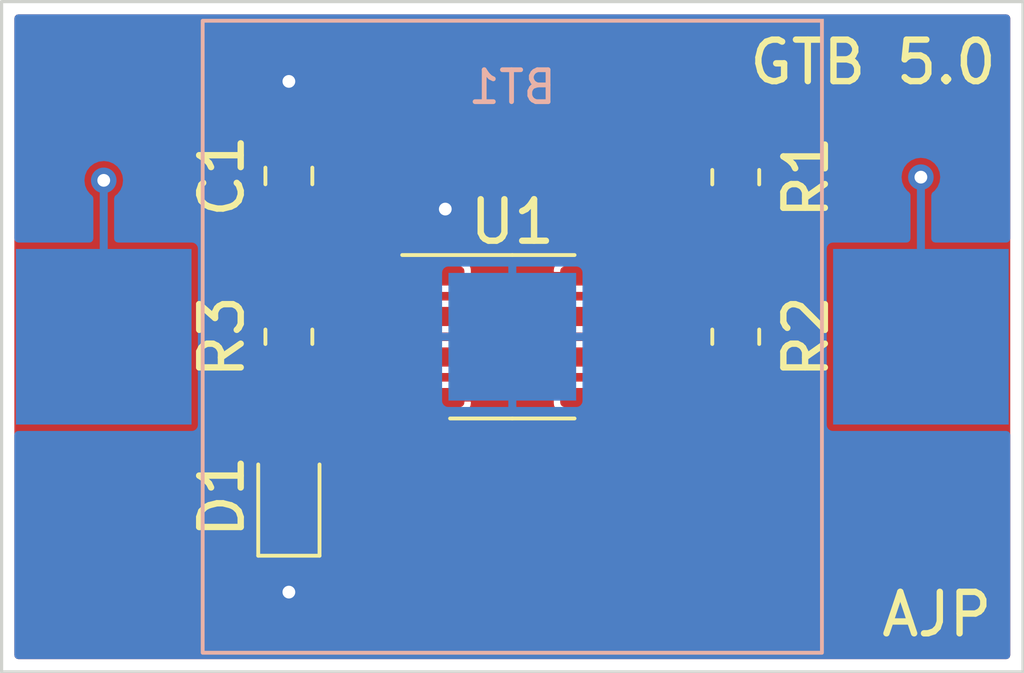
<source format=kicad_pcb>
(kicad_pcb (version 20211014) (generator pcbnew)
  (layers (0 "F.Cu" signal) (31 "B.Cu" signal) (34 "B.Paste" user) (35 "F.Paste" user) (36 "B.SilkS" user "B.Silkscreen") (37 "F.SilkS" user "F.Silkscreen") (38 "B.Mask" user) (39 "F.Mask" user) (44 "Edge.Cuts" user))
  (net 0 "")
  (net 1 "/VDD")
  (net 2 "GND")
  (net 3 "/THR")
  (net 4 "Net-(D1-Pad2)")
  (net 5 "/DIS")
  (net 6 "/OUT")
  (footprint "Resistor_SMD:R_0805_2012Metric_Pad1.20x1.40mm_HandSolder" (layer "F.Cu") (at 151 101 -90)
    (fp_text reference "R2" (at 0 -2.2 90 unlocked) (layer "F.SilkS") (effects (font (size 1.3 1.3) (thickness 0.2))))
    (fp_text value "470K" hide)
    (fp_line (start -0.227064 -0.735) (end 0.227064 -0.735) (layer "F.SilkS") (width 0.12))
    (fp_line (start -0.227064 0.735) (end 0.227064 0.735) (layer "F.SilkS") (width 0.12))
    (pad "1" smd roundrect (at -1 0 270) (size 1.2 1.4) (layers "F.Cu" "F.Paste" "F.Mask") (roundrect_rratio 0.2083333333) (net 5 "/DIS"))
    (pad "2" smd roundrect (at 1 0 270) (size 1.2 1.4) (layers "F.Cu" "F.Paste" "F.Mask") (roundrect_rratio 0.2083333333) (net 3 "/THR"))
  )
  (footprint "Resistor_SMD:R_0805_2012Metric_Pad1.20x1.40mm_HandSolder" (layer "F.Cu") (at 151 96 -90)
    (fp_text reference "R1" (at 0 -2.2 90 unlocked) (layer "F.SilkS") (effects (font (size 1.3 1.3) (thickness 0.2))))
    (fp_text value "1K" hide)
    (fp_line (start -0.227064 -0.735) (end 0.227064 -0.735) (layer "F.SilkS") (width 0.12))
    (fp_line (start -0.227064 0.735) (end 0.227064 0.735) (layer "F.SilkS") (width 0.12))
    (pad "1" smd roundrect (at -1 0 270) (size 1.2 1.4) (layers "F.Cu" "F.Paste" "F.Mask") (roundrect_rratio 0.2083333333) (net 1 "/VDD"))
    (pad "2" smd roundrect (at 1 0 270) (size 1.2 1.4) (layers "F.Cu" "F.Paste" "F.Mask") (roundrect_rratio 0.2083333333) (net 5 "/DIS"))
  )
  (footprint "Capacitor_SMD:C_0805_2012Metric_Pad1.18x1.45mm_HandSolder" (layer "F.Cu") (at 137 95.9625 90)
    (fp_text reference "C1" (at 0 -2.1 90 unlocked) (layer "F.SilkS") (effects (font (size 1.3 1.3) (thickness 0.2))))
    (fp_text value "1U" hide)
    (fp_line (start -0.261252 0.735) (end 0.261252 0.735) (layer "F.SilkS") (width 0.12))
    (fp_line (start -0.261252 -0.735) (end 0.261252 -0.735) (layer "F.SilkS") (width 0.12))
    (pad "1" smd roundrect (at -1.0375 0 90) (size 1.175 1.45) (layers "F.Cu" "F.Paste" "F.Mask") (roundrect_rratio 0.2127659574) (net 3 "/THR"))
    (pad "2" smd roundrect (at 1.0375 0 90) (size 1.175 1.45) (layers "F.Cu" "F.Paste" "F.Mask") (roundrect_rratio 0.2127659574) (net 2 "GND"))
  )
  (footprint "Package_SO:SOIC-8_3.9x4.9mm_P1.27mm" (layer "F.Cu") (at 144 101)
    (fp_text reference "U1" (at 0 -3.6 unlocked) (layer "F.SilkS") (effects (font (size 1.3 1.3) (thickness 0.2))))
    (fp_text value "7555")
    (fp_line (start 0 2.56) (end 1.95 2.56) (layer "F.SilkS") (width 0.12))
    (fp_line (start 0 2.56) (end -1.95 2.56) (layer "F.SilkS") (width 0.12))
    (fp_line (start 0 -2.56) (end -3.45 -2.56) (layer "F.SilkS") (width 0.12))
    (fp_line (start 0 -2.56) (end 1.95 -2.56) (layer "F.SilkS") (width 0.12))
    (pad "1" smd roundrect (at -2.475 -1.905) (size 1.95 0.6) (layers "F.Cu" "F.Paste" "F.Mask") (net 2 "GND"))
    (pad "2" smd roundrect (at -2.475 -0.635) (size 1.95 0.6) (layers "F.Cu" "F.Paste" "F.Mask") (net 3 "/THR"))
    (pad "3" smd roundrect (at -2.475 0.635) (size 1.95 0.6) (layers "F.Cu" "F.Paste" "F.Mask") (net 6 "/OUT"))
    (pad "4" smd roundrect (at -2.475 1.905) (size 1.95 0.6) (layers "F.Cu" "F.Paste" "F.Mask") (net 1 "/VDD"))
    (pad "5" smd roundrect (at 2.475 1.905) (size 1.95 0.6) (layers "F.Cu" "F.Paste" "F.Mask"))
    (pad "6" smd roundrect (at 2.475 0.635) (size 1.95 0.6) (layers "F.Cu" "F.Paste" "F.Mask") (net 3 "/THR"))
    (pad "7" smd roundrect (at 2.475 -0.635) (size 1.95 0.6) (layers "F.Cu" "F.Paste" "F.Mask") (net 5 "/DIS"))
    (pad "8" smd roundrect (at 2.475 -1.905) (size 1.95 0.6) (layers "F.Cu" "F.Paste" "F.Mask") (net 1 "/VDD"))
  )
  (footprint "Resistor_SMD:R_0805_2012Metric_Pad1.20x1.40mm_HandSolder" (layer "F.Cu") (at 137 101 -90)
    (fp_text reference "R3" (at 0 2.1 90 unlocked) (layer "F.SilkS") (effects (font (size 1.3 1.3) (thickness 0.2))))
    (fp_text value "1K" hide)
    (fp_line (start -0.227064 -0.735) (end 0.227064 -0.735) (layer "F.SilkS") (width 0.12))
    (fp_line (start -0.227064 0.735) (end 0.227064 0.735) (layer "F.SilkS") (width 0.12))
    (pad "1" smd roundrect (at -1 0 270) (size 1.2 1.4) (layers "F.Cu" "F.Paste" "F.Mask") (roundrect_rratio 0.2083333333) (net 6 "/OUT"))
    (pad "2" smd roundrect (at 1 0 270) (size 1.2 1.4) (layers "F.Cu" "F.Paste" "F.Mask") (roundrect_rratio 0.2083333333) (net 4 "Net-(D1-Pad2)"))
  )
  (footprint "LED_SMD:LED_0805_2012Metric_Pad1.15x1.40mm_HandSolder" (layer "F.Cu") (at 137 106 90)
    (fp_text reference "D1" (at 0 -2.1 90 unlocked) (layer "F.SilkS") (effects (font (size 1.3 1.3) (thickness 0.2))))
    (fp_text value "LED" hide)
    (fp_line (start -1.86 -0.96) (end -1.86 0.96) (layer "F.SilkS") (width 0.12))
    (fp_line (start -1.86 0.96) (end 1 0.96) (layer "F.SilkS") (width 0.12))
    (fp_line (start 1 -0.96) (end -1.86 -0.96) (layer "F.SilkS") (width 0.12))
    (pad "1" smd roundrect (at -1.025 0 90) (size 1.15 1.4) (layers "F.Cu" "F.Paste" "F.Mask") (roundrect_rratio 0.2173913043) (net 2 "GND"))
    (pad "2" smd roundrect (at 1.025 0 90) (size 1.15 1.4) (layers "F.Cu" "F.Paste" "F.Mask") (roundrect_rratio 0.2173913043) (net 4 "Net-(D1-Pad2)"))
  )
  (footprint "GettingToBlink5:S8211-46R" (layer "B.Cu") (at 144 101 180)
    (fp_text reference "BT1" (at 0 7.82 unlocked) (layer "B.SilkS") (effects (justify mirror)))
    (fp_text value "CR2032")
    (fp_rect (start -9.7 9.9) (end 9.7 -9.9) (layer "B.SilkS") (width 0.12) (fill none))
    (pad "1" smd rect (at -12.8 0 180) (size 5.5 5.5) (layers "B.Cu" "B.Paste" "B.Mask") (net 1 "/VDD"))
    (pad "1" smd rect (at 12.8 0 180) (size 5.5 5.5) (layers "B.Cu" "B.Paste" "B.Mask") (net 1 "/VDD"))
    (pad "2" smd rect (at 0 0 180) (size 4 4) (layers "B.Cu" "B.Paste" "B.Mask") (net 2 "GND"))
  )
  (gr_rect (start 160 111.5) (end 128 90.5) (layer "Edge.Cuts") (width 0.1) (fill none))
  (gr_text "GTB 5.0" (at 155.3 92.4) (layer "F.SilkS") (effects (font (size 1.3 1.3) (thickness 0.2))))
  (gr_text "AJP" (at 157.3 109.7) (layer "F.SilkS") (effects (font (size 1.3 1.3) (thickness 0.2))))
  (via (at 131.2 96.1) (size 0.8) (drill 0.4) (layers "F.Cu" "B.Cu") (net 1))
  (via (at 156.8 96) (size 0.8) (drill 0.4) (layers "F.Cu" "B.Cu") (net 1))
  (segment (start 156.8 101) (end 156.8 96) (width 0.25) (layer "B.Cu") (net 1))
  (segment (start 131.2 101) (end 131.2 96.1) (width 0.25) (layer "B.Cu") (net 1))
  (segment (start 137 107.025) (end 137 109) (width 0.25) (layer "F.Cu") (net 2))
  (segment (start 137 94.9625) (end 137 93) (width 0.25) (layer "F.Cu") (net 2))
  (segment (start 141.525 99.095) (end 141.525 97.375) (width 0.25) (layer "F.Cu") (net 2))
  (segment (start 141.525 97.375) (end 141.9 97) (width 0.25) (layer "F.Cu") (net 2))
  (via (at 141.9 97) (size 0.8) (drill 0.4) (layers "F.Cu" "B.Cu") (net 2))
  (via (at 137 93) (size 0.8) (drill 0.4) (layers "F.Cu" "B.Cu") (net 2))
  (via (at 137 109) (size 0.8) (drill 0.4) (layers "F.Cu" "B.Cu") (net 2))
  (segment (start 150.635 101.635) (end 151 102) (width 0.25) (layer "F.Cu") (net 3))
  (segment (start 141.525 100.365) (end 143.365 100.365) (width 0.25) (layer "F.Cu") (net 3))
  (segment (start 143.365 100.365) (end 144.6 101.6) (width 0.25) (layer "F.Cu") (net 3))
  (segment (start 144.6 101.6) (end 144.635 101.635) (width 0.25) (layer "F.Cu") (net 3))
  (segment (start 144.635 101.635) (end 146.475 101.635) (width 0.25) (layer "F.Cu") (net 3))
  (segment (start 137 97) (end 140.365 100.365) (width 0.25) (layer "F.Cu") (net 3))
  (segment (start 146.475 101.635) (end 150.635 101.635) (width 0.25) (layer "F.Cu") (net 3))
  (segment (start 140.365 100.365) (end 141.525 100.365) (width 0.25) (layer "F.Cu") (net 3))
  (segment (start 137 102) (end 137 104.975) (width 0.25) (layer "F.Cu") (net 4))
  (segment (start 150.635 100.365) (end 151 100) (width 0.25) (layer "F.Cu") (net 5))
  (segment (start 146.475 100.365) (end 150.635 100.365) (width 0.25) (layer "F.Cu") (net 5))
  (segment (start 151 100) (end 151 97) (width 0.25) (layer "F.Cu") (net 5))
  (segment (start 137 100) (end 138.13 100) (width 0.25) (layer "F.Cu") (net 6))
  (segment (start 139.765 101.635) (end 141.525 101.635) (width 0.25) (layer "F.Cu") (net 6))
  (segment (start 138.13 100) (end 139.765 101.635) (width 0.25) (layer "F.Cu") (net 6))
  (zone (net 1) (net_name "/VDD") (layer "F.Cu") (connect_pads (clearance 0.2)) (min_thickness 0.25) (fill yes (thermal_gap 0.2) (thermal_bridge_width 0.25))
    (polygon (pts (xy 159.6 111.1) (xy 128.4 111.1) (xy 128.4 90.9) (xy 159.6 90.9)))
  )
  (zone (net 2) (net_name "GND") (layer "B.Cu") (connect_pads (clearance 0.2)) (min_thickness 0.25) (fill yes (thermal_gap 0.2) (thermal_bridge_width 0.25))
    (polygon (pts (xy 159.6 111.1) (xy 128.4 111.1) (xy 128.4 90.9) (xy 159.6 90.9)))
  )
)
</source>
